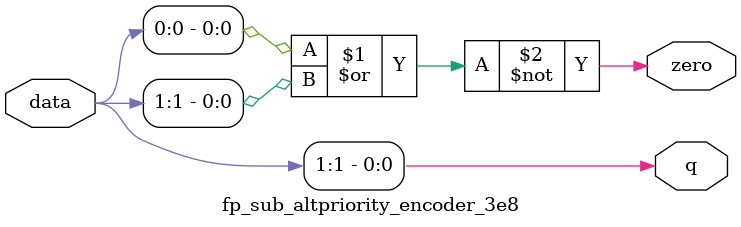
<source format=v>
module  fp_sub_altpriority_encoder_3e8
	(
	data,
	q,
	zero) ;
	input   [1:0]  data;
	output   [0:0]  q;
	output   zero;
	assign
		q = {data[1]},
		zero = (~ (data[0] | data[1]));
endmodule
</source>
